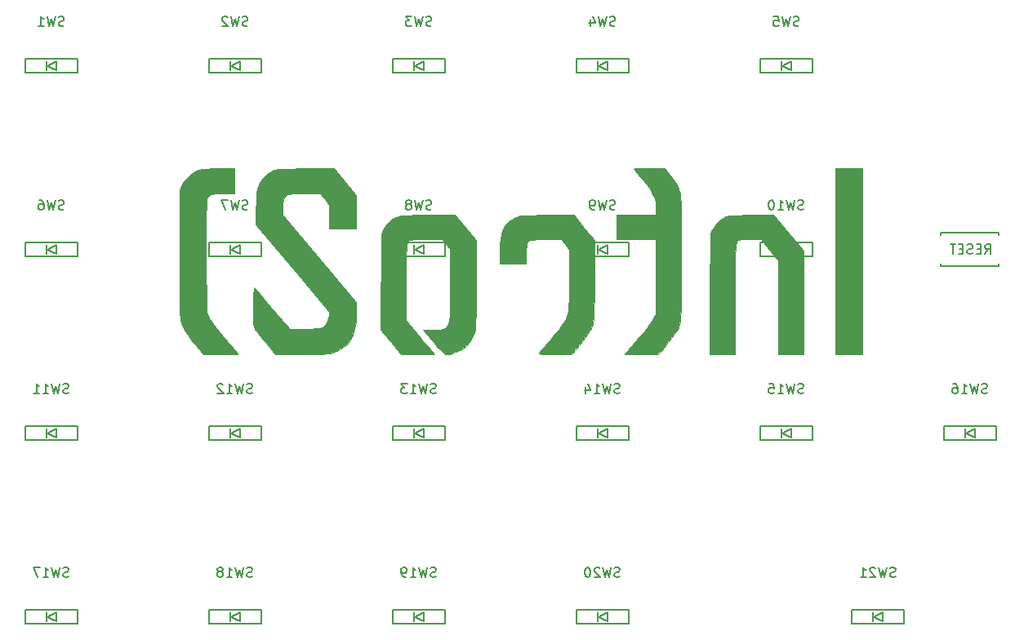
<source format=gbr>
%TF.GenerationSoftware,KiCad,Pcbnew,(5.1.10)-1*%
%TF.CreationDate,2021-05-18T00:23:08+09:00*%
%TF.ProjectId,intro21,696e7472-6f32-4312-9e6b-696361645f70,rev?*%
%TF.SameCoordinates,Original*%
%TF.FileFunction,Legend,Bot*%
%TF.FilePolarity,Positive*%
%FSLAX46Y46*%
G04 Gerber Fmt 4.6, Leading zero omitted, Abs format (unit mm)*
G04 Created by KiCad (PCBNEW (5.1.10)-1) date 2021-05-18 00:23:08*
%MOMM*%
%LPD*%
G01*
G04 APERTURE LIST*
%ADD10C,0.010000*%
%ADD11C,0.150000*%
G04 APERTURE END LIST*
D10*
%TO.C,G\u002A\u002A\u002A*%
G36*
X118878816Y-93843981D02*
G01*
X118282414Y-93858018D01*
X117826238Y-93873930D01*
X117481184Y-93894777D01*
X117218149Y-93923618D01*
X117008030Y-93963513D01*
X116821723Y-94017522D01*
X116658941Y-94077361D01*
X116115638Y-94373693D01*
X115632228Y-94798300D01*
X115248754Y-95311288D01*
X115081837Y-95648524D01*
X114878316Y-96153900D01*
X114878316Y-102588567D01*
X114878448Y-103845102D01*
X114879349Y-104944383D01*
X114881778Y-105898490D01*
X114886495Y-106719501D01*
X114894260Y-107419497D01*
X114905833Y-108010558D01*
X114921971Y-108504761D01*
X114943436Y-108914187D01*
X114970986Y-109250916D01*
X115005382Y-109527026D01*
X115047382Y-109754598D01*
X115097745Y-109945710D01*
X115157233Y-110112442D01*
X115226603Y-110266874D01*
X115306615Y-110421085D01*
X115379061Y-110552886D01*
X115529572Y-110793360D01*
X115761593Y-111126184D01*
X116047884Y-111513915D01*
X116361206Y-111919107D01*
X116490866Y-112081229D01*
X117333650Y-113123729D01*
X119132816Y-113126648D01*
X119664151Y-113125475D01*
X120133268Y-113120544D01*
X120515580Y-113112437D01*
X120786496Y-113101735D01*
X120921430Y-113089019D01*
X120931983Y-113084114D01*
X120879654Y-113008089D01*
X120734536Y-112825511D01*
X120514432Y-112558057D01*
X120237146Y-112227405D01*
X119975856Y-111919948D01*
X119461387Y-111315300D01*
X119045746Y-110819760D01*
X118715386Y-110415763D01*
X118456759Y-110085747D01*
X118256318Y-109812148D01*
X118100515Y-109577404D01*
X117975802Y-109363951D01*
X117915172Y-109248512D01*
X117672316Y-108769234D01*
X117648865Y-102971452D01*
X117644725Y-101755746D01*
X117642890Y-100700262D01*
X117643479Y-99795902D01*
X117646608Y-99033569D01*
X117652396Y-98404166D01*
X117660959Y-97898595D01*
X117672416Y-97507759D01*
X117686884Y-97222561D01*
X117704481Y-97033903D01*
X117725323Y-96932688D01*
X117726950Y-96928538D01*
X117832066Y-96751898D01*
X117995378Y-96622574D01*
X118240369Y-96534195D01*
X118590522Y-96480389D01*
X119069320Y-96454787D01*
X119489930Y-96450234D01*
X120593316Y-96450234D01*
X120593316Y-93808181D01*
X118878816Y-93843981D01*
G37*
X118878816Y-93843981D02*
X118282414Y-93858018D01*
X117826238Y-93873930D01*
X117481184Y-93894777D01*
X117218149Y-93923618D01*
X117008030Y-93963513D01*
X116821723Y-94017522D01*
X116658941Y-94077361D01*
X116115638Y-94373693D01*
X115632228Y-94798300D01*
X115248754Y-95311288D01*
X115081837Y-95648524D01*
X114878316Y-96153900D01*
X114878316Y-102588567D01*
X114878448Y-103845102D01*
X114879349Y-104944383D01*
X114881778Y-105898490D01*
X114886495Y-106719501D01*
X114894260Y-107419497D01*
X114905833Y-108010558D01*
X114921971Y-108504761D01*
X114943436Y-108914187D01*
X114970986Y-109250916D01*
X115005382Y-109527026D01*
X115047382Y-109754598D01*
X115097745Y-109945710D01*
X115157233Y-110112442D01*
X115226603Y-110266874D01*
X115306615Y-110421085D01*
X115379061Y-110552886D01*
X115529572Y-110793360D01*
X115761593Y-111126184D01*
X116047884Y-111513915D01*
X116361206Y-111919107D01*
X116490866Y-112081229D01*
X117333650Y-113123729D01*
X119132816Y-113126648D01*
X119664151Y-113125475D01*
X120133268Y-113120544D01*
X120515580Y-113112437D01*
X120786496Y-113101735D01*
X120921430Y-113089019D01*
X120931983Y-113084114D01*
X120879654Y-113008089D01*
X120734536Y-112825511D01*
X120514432Y-112558057D01*
X120237146Y-112227405D01*
X119975856Y-111919948D01*
X119461387Y-111315300D01*
X119045746Y-110819760D01*
X118715386Y-110415763D01*
X118456759Y-110085747D01*
X118256318Y-109812148D01*
X118100515Y-109577404D01*
X117975802Y-109363951D01*
X117915172Y-109248512D01*
X117672316Y-108769234D01*
X117648865Y-102971452D01*
X117644725Y-101755746D01*
X117642890Y-100700262D01*
X117643479Y-99795902D01*
X117646608Y-99033569D01*
X117652396Y-98404166D01*
X117660959Y-97898595D01*
X117672416Y-97507759D01*
X117686884Y-97222561D01*
X117704481Y-97033903D01*
X117725323Y-96932688D01*
X117726950Y-96928538D01*
X117832066Y-96751898D01*
X117995378Y-96622574D01*
X118240369Y-96534195D01*
X118590522Y-96480389D01*
X119069320Y-96454787D01*
X119489930Y-96450234D01*
X120593316Y-96450234D01*
X120593316Y-93808181D01*
X118878816Y-93843981D01*
G36*
X128001650Y-93847432D02*
G01*
X127205928Y-93856575D01*
X126560769Y-93866632D01*
X126047402Y-93878618D01*
X125647056Y-93893551D01*
X125340962Y-93912449D01*
X125110349Y-93936329D01*
X124936445Y-93966207D01*
X124800482Y-94003100D01*
X124741983Y-94024063D01*
X124105898Y-94347332D01*
X123598933Y-94778763D01*
X123215406Y-95324039D01*
X123032835Y-95733393D01*
X122967604Y-95928562D01*
X122918481Y-96128763D01*
X122882598Y-96363474D01*
X122857088Y-96662173D01*
X122839087Y-97054337D01*
X122825726Y-97569444D01*
X122819045Y-97931900D01*
X122790480Y-99625234D01*
X126604725Y-104154900D01*
X130418971Y-108684567D01*
X130370106Y-109107900D01*
X130250687Y-109626119D01*
X130029888Y-110028589D01*
X129732223Y-110290375D01*
X129611048Y-110350636D01*
X129464711Y-110395947D01*
X129266232Y-110429218D01*
X128988629Y-110453359D01*
X128604924Y-110471279D01*
X128088135Y-110485888D01*
X127875022Y-110490667D01*
X126302732Y-110524486D01*
X124496808Y-108376860D01*
X124062205Y-107861807D01*
X123660707Y-107389398D01*
X123305623Y-106975029D01*
X123010262Y-106634095D01*
X122787935Y-106381992D01*
X122651951Y-106234116D01*
X122615767Y-106201011D01*
X122594296Y-106273773D01*
X122575415Y-106495210D01*
X122559885Y-106844670D01*
X122548469Y-107301506D01*
X122541927Y-107845068D01*
X122540650Y-108237729D01*
X122541178Y-108882557D01*
X122543987Y-109380386D01*
X122550908Y-109753548D01*
X122563777Y-110024378D01*
X122584426Y-110215209D01*
X122614691Y-110348374D01*
X122656403Y-110446206D01*
X122711398Y-110531039D01*
X122731150Y-110557815D01*
X122847492Y-110706164D01*
X123050435Y-110957266D01*
X123317853Y-111284054D01*
X123627620Y-111659463D01*
X123886602Y-111971264D01*
X124851555Y-113129567D01*
X127484936Y-113122366D01*
X128399818Y-113116407D01*
X129151036Y-113103854D01*
X129744141Y-113084502D01*
X130184680Y-113058146D01*
X130478204Y-113024582D01*
X130555588Y-113009118D01*
X131185254Y-112793998D01*
X131766241Y-112477368D01*
X132245342Y-112089397D01*
X132323540Y-112006689D01*
X132645199Y-111572375D01*
X132888812Y-111062407D01*
X133059560Y-110456993D01*
X133162623Y-109736339D01*
X133203183Y-108880651D01*
X133204160Y-108642234D01*
X133200950Y-107668567D01*
X125588650Y-98648383D01*
X125588650Y-97927589D01*
X125610200Y-97400913D01*
X125680200Y-97017015D01*
X125806669Y-96754236D01*
X125997629Y-96590916D01*
X126100177Y-96546358D01*
X126293903Y-96510258D01*
X126633561Y-96481562D01*
X127095863Y-96461495D01*
X127657520Y-96451286D01*
X127923205Y-96450234D01*
X129470492Y-96450234D01*
X129942571Y-97018975D01*
X130414650Y-97587717D01*
X130414650Y-100090900D01*
X133208650Y-100090900D01*
X133206968Y-98334067D01*
X133205287Y-96577234D01*
X132042802Y-95197524D01*
X130880316Y-93817815D01*
X128001650Y-93847432D01*
G37*
X128001650Y-93847432D02*
X127205928Y-93856575D01*
X126560769Y-93866632D01*
X126047402Y-93878618D01*
X125647056Y-93893551D01*
X125340962Y-93912449D01*
X125110349Y-93936329D01*
X124936445Y-93966207D01*
X124800482Y-94003100D01*
X124741983Y-94024063D01*
X124105898Y-94347332D01*
X123598933Y-94778763D01*
X123215406Y-95324039D01*
X123032835Y-95733393D01*
X122967604Y-95928562D01*
X122918481Y-96128763D01*
X122882598Y-96363474D01*
X122857088Y-96662173D01*
X122839087Y-97054337D01*
X122825726Y-97569444D01*
X122819045Y-97931900D01*
X122790480Y-99625234D01*
X126604725Y-104154900D01*
X130418971Y-108684567D01*
X130370106Y-109107900D01*
X130250687Y-109626119D01*
X130029888Y-110028589D01*
X129732223Y-110290375D01*
X129611048Y-110350636D01*
X129464711Y-110395947D01*
X129266232Y-110429218D01*
X128988629Y-110453359D01*
X128604924Y-110471279D01*
X128088135Y-110485888D01*
X127875022Y-110490667D01*
X126302732Y-110524486D01*
X124496808Y-108376860D01*
X124062205Y-107861807D01*
X123660707Y-107389398D01*
X123305623Y-106975029D01*
X123010262Y-106634095D01*
X122787935Y-106381992D01*
X122651951Y-106234116D01*
X122615767Y-106201011D01*
X122594296Y-106273773D01*
X122575415Y-106495210D01*
X122559885Y-106844670D01*
X122548469Y-107301506D01*
X122541927Y-107845068D01*
X122540650Y-108237729D01*
X122541178Y-108882557D01*
X122543987Y-109380386D01*
X122550908Y-109753548D01*
X122563777Y-110024378D01*
X122584426Y-110215209D01*
X122614691Y-110348374D01*
X122656403Y-110446206D01*
X122711398Y-110531039D01*
X122731150Y-110557815D01*
X122847492Y-110706164D01*
X123050435Y-110957266D01*
X123317853Y-111284054D01*
X123627620Y-111659463D01*
X123886602Y-111971264D01*
X124851555Y-113129567D01*
X127484936Y-113122366D01*
X128399818Y-113116407D01*
X129151036Y-113103854D01*
X129744141Y-113084502D01*
X130184680Y-113058146D01*
X130478204Y-113024582D01*
X130555588Y-113009118D01*
X131185254Y-112793998D01*
X131766241Y-112477368D01*
X132245342Y-112089397D01*
X132323540Y-112006689D01*
X132645199Y-111572375D01*
X132888812Y-111062407D01*
X133059560Y-110456993D01*
X133162623Y-109736339D01*
X133203183Y-108880651D01*
X133204160Y-108642234D01*
X133200950Y-107668567D01*
X125588650Y-98648383D01*
X125588650Y-97927589D01*
X125610200Y-97400913D01*
X125680200Y-97017015D01*
X125806669Y-96754236D01*
X125997629Y-96590916D01*
X126100177Y-96546358D01*
X126293903Y-96510258D01*
X126633561Y-96481562D01*
X127095863Y-96461495D01*
X127657520Y-96451286D01*
X127923205Y-96450234D01*
X129470492Y-96450234D01*
X129942571Y-97018975D01*
X130414650Y-97587717D01*
X130414650Y-100090900D01*
X133208650Y-100090900D01*
X133206968Y-98334067D01*
X133205287Y-96577234D01*
X132042802Y-95197524D01*
X130880316Y-93817815D01*
X128001650Y-93847432D01*
G36*
X140620133Y-98668979D02*
G01*
X139853582Y-98677026D01*
X139236315Y-98685341D01*
X138748290Y-98695247D01*
X138369459Y-98708070D01*
X138079780Y-98725136D01*
X137859206Y-98747771D01*
X137687694Y-98777299D01*
X137545198Y-98815047D01*
X137411674Y-98862339D01*
X137354573Y-98884914D01*
X136847467Y-99172298D01*
X136398549Y-99587074D01*
X136050130Y-100088047D01*
X135985534Y-100217900D01*
X135790983Y-100641234D01*
X135743465Y-110592214D01*
X136819281Y-111860890D01*
X137895097Y-113129567D01*
X141351702Y-113129567D01*
X141118962Y-112854400D01*
X140997564Y-112710280D01*
X140786542Y-112459131D01*
X140505010Y-112123728D01*
X140172083Y-111726847D01*
X139806876Y-111291265D01*
X139629769Y-111079954D01*
X138373316Y-109580674D01*
X138373316Y-105678249D01*
X138373778Y-104713035D01*
X138376095Y-103903081D01*
X138381669Y-103234317D01*
X138391900Y-102692671D01*
X138408188Y-102264072D01*
X138431933Y-101934447D01*
X138464537Y-101689725D01*
X138507399Y-101515835D01*
X138561919Y-101398705D01*
X138629499Y-101324263D01*
X138711539Y-101278439D01*
X138809438Y-101247159D01*
X138814426Y-101245818D01*
X138959432Y-101229006D01*
X139242500Y-101214331D01*
X139632363Y-101202752D01*
X140097753Y-101195228D01*
X140545106Y-101192723D01*
X142081895Y-101191567D01*
X142513606Y-101689897D01*
X142945316Y-102188227D01*
X142944844Y-105817397D01*
X142942766Y-106677051D01*
X142936983Y-107462303D01*
X142927825Y-108157749D01*
X142915622Y-108747987D01*
X142900703Y-109217615D01*
X142883399Y-109551231D01*
X142864038Y-109733432D01*
X142860713Y-109747713D01*
X142741649Y-110006856D01*
X142555619Y-110258899D01*
X142517211Y-110298046D01*
X142402640Y-110402021D01*
X142291984Y-110473073D01*
X142150379Y-110518583D01*
X141942961Y-110545933D01*
X141634865Y-110562503D01*
X141207868Y-110575230D01*
X140158368Y-110603227D01*
X141223772Y-111866397D01*
X141606261Y-112318996D01*
X141902024Y-112656797D01*
X142135133Y-112893051D01*
X142329662Y-113041009D01*
X142509687Y-113113923D01*
X142699279Y-113125045D01*
X142922514Y-113087626D01*
X143203466Y-113014919D01*
X143275124Y-112995580D01*
X143968734Y-112731443D01*
X144546600Y-112344243D01*
X145006358Y-111836181D01*
X145345644Y-111209458D01*
X145424861Y-110994815D01*
X145463704Y-110872283D01*
X145496612Y-110746427D01*
X145524200Y-110602333D01*
X145547081Y-110425086D01*
X145565871Y-110199774D01*
X145581184Y-109911482D01*
X145593634Y-109545297D01*
X145603836Y-109086304D01*
X145612405Y-108519589D01*
X145619955Y-107830239D01*
X145627100Y-107003340D01*
X145634456Y-106023978D01*
X145635467Y-105883585D01*
X145668367Y-101304603D01*
X143417283Y-98641411D01*
X140620133Y-98668979D01*
G37*
X140620133Y-98668979D02*
X139853582Y-98677026D01*
X139236315Y-98685341D01*
X138748290Y-98695247D01*
X138369459Y-98708070D01*
X138079780Y-98725136D01*
X137859206Y-98747771D01*
X137687694Y-98777299D01*
X137545198Y-98815047D01*
X137411674Y-98862339D01*
X137354573Y-98884914D01*
X136847467Y-99172298D01*
X136398549Y-99587074D01*
X136050130Y-100088047D01*
X135985534Y-100217900D01*
X135790983Y-100641234D01*
X135743465Y-110592214D01*
X136819281Y-111860890D01*
X137895097Y-113129567D01*
X141351702Y-113129567D01*
X141118962Y-112854400D01*
X140997564Y-112710280D01*
X140786542Y-112459131D01*
X140505010Y-112123728D01*
X140172083Y-111726847D01*
X139806876Y-111291265D01*
X139629769Y-111079954D01*
X138373316Y-109580674D01*
X138373316Y-105678249D01*
X138373778Y-104713035D01*
X138376095Y-103903081D01*
X138381669Y-103234317D01*
X138391900Y-102692671D01*
X138408188Y-102264072D01*
X138431933Y-101934447D01*
X138464537Y-101689725D01*
X138507399Y-101515835D01*
X138561919Y-101398705D01*
X138629499Y-101324263D01*
X138711539Y-101278439D01*
X138809438Y-101247159D01*
X138814426Y-101245818D01*
X138959432Y-101229006D01*
X139242500Y-101214331D01*
X139632363Y-101202752D01*
X140097753Y-101195228D01*
X140545106Y-101192723D01*
X142081895Y-101191567D01*
X142513606Y-101689897D01*
X142945316Y-102188227D01*
X142944844Y-105817397D01*
X142942766Y-106677051D01*
X142936983Y-107462303D01*
X142927825Y-108157749D01*
X142915622Y-108747987D01*
X142900703Y-109217615D01*
X142883399Y-109551231D01*
X142864038Y-109733432D01*
X142860713Y-109747713D01*
X142741649Y-110006856D01*
X142555619Y-110258899D01*
X142517211Y-110298046D01*
X142402640Y-110402021D01*
X142291984Y-110473073D01*
X142150379Y-110518583D01*
X141942961Y-110545933D01*
X141634865Y-110562503D01*
X141207868Y-110575230D01*
X140158368Y-110603227D01*
X141223772Y-111866397D01*
X141606261Y-112318996D01*
X141902024Y-112656797D01*
X142135133Y-112893051D01*
X142329662Y-113041009D01*
X142509687Y-113113923D01*
X142699279Y-113125045D01*
X142922514Y-113087626D01*
X143203466Y-113014919D01*
X143275124Y-112995580D01*
X143968734Y-112731443D01*
X144546600Y-112344243D01*
X145006358Y-111836181D01*
X145345644Y-111209458D01*
X145424861Y-110994815D01*
X145463704Y-110872283D01*
X145496612Y-110746427D01*
X145524200Y-110602333D01*
X145547081Y-110425086D01*
X145565871Y-110199774D01*
X145581184Y-109911482D01*
X145593634Y-109545297D01*
X145603836Y-109086304D01*
X145612405Y-108519589D01*
X145619955Y-107830239D01*
X145627100Y-107003340D01*
X145634456Y-106023978D01*
X145635467Y-105883585D01*
X145668367Y-101304603D01*
X143417283Y-98641411D01*
X140620133Y-98668979D01*
G36*
X152978316Y-98676333D02*
G01*
X152214142Y-98682936D01*
X151599633Y-98689928D01*
X151115123Y-98698611D01*
X150740947Y-98710287D01*
X150457439Y-98726260D01*
X150244933Y-98747831D01*
X150083764Y-98776303D01*
X149954266Y-98812978D01*
X149836773Y-98859158D01*
X149770851Y-98888756D01*
X149215691Y-99203407D01*
X148799358Y-99581425D01*
X148506322Y-100025662D01*
X148354671Y-100377070D01*
X148244107Y-100765192D01*
X148169829Y-101221381D01*
X148127033Y-101776991D01*
X148110916Y-102463377D01*
X148110474Y-102609734D01*
X148109983Y-103731567D01*
X150805860Y-103731567D01*
X150833755Y-102633682D01*
X150849151Y-102165196D01*
X150870343Y-101836108D01*
X150901618Y-101616487D01*
X150947262Y-101476404D01*
X151011564Y-101385930D01*
X151012642Y-101384849D01*
X151083213Y-101331554D01*
X151189566Y-101291457D01*
X151355748Y-101262202D01*
X151605805Y-101241435D01*
X151963785Y-101226799D01*
X152453735Y-101215939D01*
X152790642Y-101210687D01*
X154417650Y-101187473D01*
X154860474Y-101718687D01*
X155303298Y-102249900D01*
X155303469Y-104959234D01*
X155300989Y-105661612D01*
X155293885Y-106345758D01*
X155282799Y-106983519D01*
X155268374Y-107546744D01*
X155251249Y-108007279D01*
X155232067Y-108336971D01*
X155224636Y-108419594D01*
X155187967Y-108715134D01*
X155137153Y-108975800D01*
X155060054Y-109222099D01*
X154944528Y-109474542D01*
X154778433Y-109753640D01*
X154549629Y-110079901D01*
X154245974Y-110473835D01*
X153855327Y-110955953D01*
X153392780Y-111514081D01*
X153038480Y-111940171D01*
X152720452Y-112324226D01*
X152454819Y-112646645D01*
X152257705Y-112887829D01*
X152145232Y-113028177D01*
X152125975Y-113054081D01*
X152191485Y-113077948D01*
X152405382Y-113098255D01*
X152746740Y-113114071D01*
X153194634Y-113124465D01*
X153728136Y-113128505D01*
X153798820Y-113128517D01*
X155518316Y-113127467D01*
X156322650Y-112155549D01*
X156631721Y-111772975D01*
X156922041Y-111397185D01*
X157165875Y-111065206D01*
X157335487Y-110814067D01*
X157367034Y-110761288D01*
X157477128Y-110564005D01*
X157569970Y-110381077D01*
X157647176Y-110196418D01*
X157710361Y-109993946D01*
X157761143Y-109757574D01*
X157801135Y-109471220D01*
X157831956Y-109118798D01*
X157855219Y-108684225D01*
X157872542Y-108151415D01*
X157885539Y-107504285D01*
X157895828Y-106726750D01*
X157905023Y-105802725D01*
X157908948Y-105367081D01*
X157945277Y-101287595D01*
X156858797Y-99970658D01*
X155772316Y-98653721D01*
X152978316Y-98676333D01*
G37*
X152978316Y-98676333D02*
X152214142Y-98682936D01*
X151599633Y-98689928D01*
X151115123Y-98698611D01*
X150740947Y-98710287D01*
X150457439Y-98726260D01*
X150244933Y-98747831D01*
X150083764Y-98776303D01*
X149954266Y-98812978D01*
X149836773Y-98859158D01*
X149770851Y-98888756D01*
X149215691Y-99203407D01*
X148799358Y-99581425D01*
X148506322Y-100025662D01*
X148354671Y-100377070D01*
X148244107Y-100765192D01*
X148169829Y-101221381D01*
X148127033Y-101776991D01*
X148110916Y-102463377D01*
X148110474Y-102609734D01*
X148109983Y-103731567D01*
X150805860Y-103731567D01*
X150833755Y-102633682D01*
X150849151Y-102165196D01*
X150870343Y-101836108D01*
X150901618Y-101616487D01*
X150947262Y-101476404D01*
X151011564Y-101385930D01*
X151012642Y-101384849D01*
X151083213Y-101331554D01*
X151189566Y-101291457D01*
X151355748Y-101262202D01*
X151605805Y-101241435D01*
X151963785Y-101226799D01*
X152453735Y-101215939D01*
X152790642Y-101210687D01*
X154417650Y-101187473D01*
X154860474Y-101718687D01*
X155303298Y-102249900D01*
X155303469Y-104959234D01*
X155300989Y-105661612D01*
X155293885Y-106345758D01*
X155282799Y-106983519D01*
X155268374Y-107546744D01*
X155251249Y-108007279D01*
X155232067Y-108336971D01*
X155224636Y-108419594D01*
X155187967Y-108715134D01*
X155137153Y-108975800D01*
X155060054Y-109222099D01*
X154944528Y-109474542D01*
X154778433Y-109753640D01*
X154549629Y-110079901D01*
X154245974Y-110473835D01*
X153855327Y-110955953D01*
X153392780Y-111514081D01*
X153038480Y-111940171D01*
X152720452Y-112324226D01*
X152454819Y-112646645D01*
X152257705Y-112887829D01*
X152145232Y-113028177D01*
X152125975Y-113054081D01*
X152191485Y-113077948D01*
X152405382Y-113098255D01*
X152746740Y-113114071D01*
X153194634Y-113124465D01*
X153728136Y-113128505D01*
X153798820Y-113128517D01*
X155518316Y-113127467D01*
X156322650Y-112155549D01*
X156631721Y-111772975D01*
X156922041Y-111397185D01*
X157165875Y-111065206D01*
X157335487Y-110814067D01*
X157367034Y-110761288D01*
X157477128Y-110564005D01*
X157569970Y-110381077D01*
X157647176Y-110196418D01*
X157710361Y-109993946D01*
X157761143Y-109757574D01*
X157801135Y-109471220D01*
X157831956Y-109118798D01*
X157855219Y-108684225D01*
X157872542Y-108151415D01*
X157885539Y-107504285D01*
X157895828Y-106726750D01*
X157905023Y-105802725D01*
X157908948Y-105367081D01*
X157945277Y-101287595D01*
X156858797Y-99970658D01*
X155772316Y-98653721D01*
X152978316Y-98676333D01*
G36*
X163102194Y-93827698D02*
G01*
X162665065Y-93833630D01*
X162317590Y-93842674D01*
X162085782Y-93854140D01*
X161995652Y-93867337D01*
X161995316Y-93868211D01*
X162046480Y-93944484D01*
X162188050Y-94128395D01*
X162402145Y-94397401D01*
X162670885Y-94728958D01*
X162885115Y-94990044D01*
X163315785Y-95522160D01*
X163645206Y-95958828D01*
X163887353Y-96328686D01*
X164056201Y-96660369D01*
X164165726Y-96982517D01*
X164229903Y-97323766D01*
X164262707Y-97712753D01*
X164267741Y-97823245D01*
X164301011Y-98651567D01*
X160217316Y-98651567D01*
X160217316Y-101191567D01*
X164287779Y-101191567D01*
X164238983Y-108938567D01*
X164015207Y-109404234D01*
X163917373Y-109591974D01*
X163793670Y-109795190D01*
X163631387Y-110030339D01*
X163417814Y-110313880D01*
X163140241Y-110662269D01*
X162785958Y-111091967D01*
X162342254Y-111619430D01*
X161927944Y-112106923D01*
X161056238Y-113129567D01*
X164522061Y-113129567D01*
X165269522Y-112240848D01*
X165580405Y-111860152D01*
X165881854Y-111471572D01*
X166140398Y-111119446D01*
X166322563Y-110848110D01*
X166329200Y-110837237D01*
X166433367Y-110663659D01*
X166524174Y-110501277D01*
X166602532Y-110337711D01*
X166669351Y-110160580D01*
X166725542Y-109957502D01*
X166772016Y-109716097D01*
X166809685Y-109423984D01*
X166839457Y-109068781D01*
X166862246Y-108638108D01*
X166878960Y-108119584D01*
X166890511Y-107500827D01*
X166897810Y-106769457D01*
X166901768Y-105913094D01*
X166903295Y-104919354D01*
X166903302Y-103775859D01*
X166902967Y-103037520D01*
X166902217Y-101823578D01*
X166900745Y-100766433D01*
X166897804Y-99853552D01*
X166892646Y-99072397D01*
X166884524Y-98410434D01*
X166872691Y-97855127D01*
X166856399Y-97393942D01*
X166834900Y-97014342D01*
X166807447Y-96703792D01*
X166773292Y-96449757D01*
X166731689Y-96239701D01*
X166681889Y-96061089D01*
X166623145Y-95901386D01*
X166554709Y-95748055D01*
X166475835Y-95588563D01*
X166456510Y-95550422D01*
X166301130Y-95283883D01*
X166076131Y-94946457D01*
X165821197Y-94596587D01*
X165723452Y-94470922D01*
X165210612Y-93825567D01*
X163602964Y-93825567D01*
X163102194Y-93827698D01*
G37*
X163102194Y-93827698D02*
X162665065Y-93833630D01*
X162317590Y-93842674D01*
X162085782Y-93854140D01*
X161995652Y-93867337D01*
X161995316Y-93868211D01*
X162046480Y-93944484D01*
X162188050Y-94128395D01*
X162402145Y-94397401D01*
X162670885Y-94728958D01*
X162885115Y-94990044D01*
X163315785Y-95522160D01*
X163645206Y-95958828D01*
X163887353Y-96328686D01*
X164056201Y-96660369D01*
X164165726Y-96982517D01*
X164229903Y-97323766D01*
X164262707Y-97712753D01*
X164267741Y-97823245D01*
X164301011Y-98651567D01*
X160217316Y-98651567D01*
X160217316Y-101191567D01*
X164287779Y-101191567D01*
X164238983Y-108938567D01*
X164015207Y-109404234D01*
X163917373Y-109591974D01*
X163793670Y-109795190D01*
X163631387Y-110030339D01*
X163417814Y-110313880D01*
X163140241Y-110662269D01*
X162785958Y-111091967D01*
X162342254Y-111619430D01*
X161927944Y-112106923D01*
X161056238Y-113129567D01*
X164522061Y-113129567D01*
X165269522Y-112240848D01*
X165580405Y-111860152D01*
X165881854Y-111471572D01*
X166140398Y-111119446D01*
X166322563Y-110848110D01*
X166329200Y-110837237D01*
X166433367Y-110663659D01*
X166524174Y-110501277D01*
X166602532Y-110337711D01*
X166669351Y-110160580D01*
X166725542Y-109957502D01*
X166772016Y-109716097D01*
X166809685Y-109423984D01*
X166839457Y-109068781D01*
X166862246Y-108638108D01*
X166878960Y-108119584D01*
X166890511Y-107500827D01*
X166897810Y-106769457D01*
X166901768Y-105913094D01*
X166903295Y-104919354D01*
X166903302Y-103775859D01*
X166902967Y-103037520D01*
X166902217Y-101823578D01*
X166900745Y-100766433D01*
X166897804Y-99853552D01*
X166892646Y-99072397D01*
X166884524Y-98410434D01*
X166872691Y-97855127D01*
X166856399Y-97393942D01*
X166834900Y-97014342D01*
X166807447Y-96703792D01*
X166773292Y-96449757D01*
X166731689Y-96239701D01*
X166681889Y-96061089D01*
X166623145Y-95901386D01*
X166554709Y-95748055D01*
X166475835Y-95588563D01*
X166456510Y-95550422D01*
X166301130Y-95283883D01*
X166076131Y-94946457D01*
X165821197Y-94596587D01*
X165723452Y-94470922D01*
X165210612Y-93825567D01*
X163602964Y-93825567D01*
X163102194Y-93827698D01*
G36*
X174199346Y-98671502D02*
G01*
X173493110Y-98683058D01*
X172934178Y-98696349D01*
X172500523Y-98712883D01*
X172170116Y-98734170D01*
X171920930Y-98761719D01*
X171730934Y-98797039D01*
X171578102Y-98841640D01*
X171546180Y-98853260D01*
X171052440Y-99119159D01*
X170602313Y-99511474D01*
X170241751Y-99987306D01*
X170149237Y-100157411D01*
X169911650Y-100641234D01*
X169887875Y-106885400D01*
X169864100Y-113129567D01*
X172493983Y-113129567D01*
X172493983Y-107452696D01*
X172494083Y-106291858D01*
X172494941Y-105288605D01*
X172497391Y-104431186D01*
X172502268Y-103707852D01*
X172510408Y-103106853D01*
X172522645Y-102616441D01*
X172539814Y-102224866D01*
X172562751Y-101920378D01*
X172592290Y-101691228D01*
X172629266Y-101525667D01*
X172674515Y-101411944D01*
X172728871Y-101338312D01*
X172793170Y-101293019D01*
X172868245Y-101264318D01*
X172935092Y-101245818D01*
X173094039Y-101225730D01*
X173380720Y-101210067D01*
X173753561Y-101200458D01*
X174144983Y-101198400D01*
X175160983Y-101202922D01*
X176071150Y-102292098D01*
X176981316Y-103381274D01*
X176981316Y-113129567D01*
X179605983Y-113129567D01*
X179605983Y-102389897D01*
X176455043Y-98639435D01*
X174199346Y-98671502D01*
G37*
X174199346Y-98671502D02*
X173493110Y-98683058D01*
X172934178Y-98696349D01*
X172500523Y-98712883D01*
X172170116Y-98734170D01*
X171920930Y-98761719D01*
X171730934Y-98797039D01*
X171578102Y-98841640D01*
X171546180Y-98853260D01*
X171052440Y-99119159D01*
X170602313Y-99511474D01*
X170241751Y-99987306D01*
X170149237Y-100157411D01*
X169911650Y-100641234D01*
X169887875Y-106885400D01*
X169864100Y-113129567D01*
X172493983Y-113129567D01*
X172493983Y-107452696D01*
X172494083Y-106291858D01*
X172494941Y-105288605D01*
X172497391Y-104431186D01*
X172502268Y-103707852D01*
X172510408Y-103106853D01*
X172522645Y-102616441D01*
X172539814Y-102224866D01*
X172562751Y-101920378D01*
X172592290Y-101691228D01*
X172629266Y-101525667D01*
X172674515Y-101411944D01*
X172728871Y-101338312D01*
X172793170Y-101293019D01*
X172868245Y-101264318D01*
X172935092Y-101245818D01*
X173094039Y-101225730D01*
X173380720Y-101210067D01*
X173753561Y-101200458D01*
X174144983Y-101198400D01*
X175160983Y-101202922D01*
X176071150Y-102292098D01*
X176981316Y-103381274D01*
X176981316Y-113129567D01*
X179605983Y-113129567D01*
X179605983Y-102389897D01*
X176455043Y-98639435D01*
X174199346Y-98671502D01*
G36*
X182907983Y-113129567D02*
G01*
X185701983Y-113129567D01*
X185701983Y-93825567D01*
X182907983Y-93825567D01*
X182907983Y-113129567D01*
G37*
X182907983Y-113129567D02*
X185701983Y-113129567D01*
X185701983Y-93825567D01*
X182907983Y-93825567D01*
X182907983Y-113129567D01*
D11*
%TO.C,D21*%
X186910650Y-140349900D02*
X187810650Y-140849900D01*
X187810650Y-140849900D02*
X187810650Y-139849900D01*
X187810650Y-139849900D02*
X186910650Y-140349900D01*
X186810650Y-140849900D02*
X186810650Y-139849900D01*
X190010650Y-141099900D02*
X184610650Y-141099900D01*
X184610650Y-141099900D02*
X184610650Y-139599900D01*
X184610650Y-139599900D02*
X190010650Y-139599900D01*
X190010650Y-139599900D02*
X190010650Y-141099900D01*
%TO.C,D20*%
X158335650Y-140349900D02*
X159235650Y-140849900D01*
X159235650Y-140849900D02*
X159235650Y-139849900D01*
X159235650Y-139849900D02*
X158335650Y-140349900D01*
X158235650Y-140849900D02*
X158235650Y-139849900D01*
X161435650Y-141099900D02*
X156035650Y-141099900D01*
X156035650Y-141099900D02*
X156035650Y-139599900D01*
X156035650Y-139599900D02*
X161435650Y-139599900D01*
X161435650Y-139599900D02*
X161435650Y-141099900D01*
%TO.C,D19*%
X139285650Y-140349900D02*
X140185650Y-140849900D01*
X140185650Y-140849900D02*
X140185650Y-139849900D01*
X140185650Y-139849900D02*
X139285650Y-140349900D01*
X139185650Y-140849900D02*
X139185650Y-139849900D01*
X142385650Y-141099900D02*
X136985650Y-141099900D01*
X136985650Y-141099900D02*
X136985650Y-139599900D01*
X136985650Y-139599900D02*
X142385650Y-139599900D01*
X142385650Y-139599900D02*
X142385650Y-141099900D01*
%TO.C,D18*%
X120235650Y-140349900D02*
X121135650Y-140849900D01*
X121135650Y-140849900D02*
X121135650Y-139849900D01*
X121135650Y-139849900D02*
X120235650Y-140349900D01*
X120135650Y-140849900D02*
X120135650Y-139849900D01*
X123335650Y-141099900D02*
X117935650Y-141099900D01*
X117935650Y-141099900D02*
X117935650Y-139599900D01*
X117935650Y-139599900D02*
X123335650Y-139599900D01*
X123335650Y-139599900D02*
X123335650Y-141099900D01*
%TO.C,D17*%
X101185650Y-140349900D02*
X102085650Y-140849900D01*
X102085650Y-140849900D02*
X102085650Y-139849900D01*
X102085650Y-139849900D02*
X101185650Y-140349900D01*
X101085650Y-140849900D02*
X101085650Y-139849900D01*
X104285650Y-141099900D02*
X98885650Y-141099900D01*
X98885650Y-141099900D02*
X98885650Y-139599900D01*
X98885650Y-139599900D02*
X104285650Y-139599900D01*
X104285650Y-139599900D02*
X104285650Y-141099900D01*
%TO.C,D16*%
X196435650Y-121299900D02*
X197335650Y-121799900D01*
X197335650Y-121799900D02*
X197335650Y-120799900D01*
X197335650Y-120799900D02*
X196435650Y-121299900D01*
X196335650Y-121799900D02*
X196335650Y-120799900D01*
X199535650Y-122049900D02*
X194135650Y-122049900D01*
X194135650Y-122049900D02*
X194135650Y-120549900D01*
X194135650Y-120549900D02*
X199535650Y-120549900D01*
X199535650Y-120549900D02*
X199535650Y-122049900D01*
%TO.C,D15*%
X177385650Y-121299900D02*
X178285650Y-121799900D01*
X178285650Y-121799900D02*
X178285650Y-120799900D01*
X178285650Y-120799900D02*
X177385650Y-121299900D01*
X177285650Y-121799900D02*
X177285650Y-120799900D01*
X180485650Y-122049900D02*
X175085650Y-122049900D01*
X175085650Y-122049900D02*
X175085650Y-120549900D01*
X175085650Y-120549900D02*
X180485650Y-120549900D01*
X180485650Y-120549900D02*
X180485650Y-122049900D01*
%TO.C,D14*%
X158335650Y-121299900D02*
X159235650Y-121799900D01*
X159235650Y-121799900D02*
X159235650Y-120799900D01*
X159235650Y-120799900D02*
X158335650Y-121299900D01*
X158235650Y-121799900D02*
X158235650Y-120799900D01*
X161435650Y-122049900D02*
X156035650Y-122049900D01*
X156035650Y-122049900D02*
X156035650Y-120549900D01*
X156035650Y-120549900D02*
X161435650Y-120549900D01*
X161435650Y-120549900D02*
X161435650Y-122049900D01*
%TO.C,D13*%
X139285650Y-121299900D02*
X140185650Y-121799900D01*
X140185650Y-121799900D02*
X140185650Y-120799900D01*
X140185650Y-120799900D02*
X139285650Y-121299900D01*
X139185650Y-121799900D02*
X139185650Y-120799900D01*
X142385650Y-122049900D02*
X136985650Y-122049900D01*
X136985650Y-122049900D02*
X136985650Y-120549900D01*
X136985650Y-120549900D02*
X142385650Y-120549900D01*
X142385650Y-120549900D02*
X142385650Y-122049900D01*
%TO.C,D12*%
X120235650Y-121299900D02*
X121135650Y-121799900D01*
X121135650Y-121799900D02*
X121135650Y-120799900D01*
X121135650Y-120799900D02*
X120235650Y-121299900D01*
X120135650Y-121799900D02*
X120135650Y-120799900D01*
X123335650Y-122049900D02*
X117935650Y-122049900D01*
X117935650Y-122049900D02*
X117935650Y-120549900D01*
X117935650Y-120549900D02*
X123335650Y-120549900D01*
X123335650Y-120549900D02*
X123335650Y-122049900D01*
%TO.C,D11*%
X101185650Y-121299900D02*
X102085650Y-121799900D01*
X102085650Y-121799900D02*
X102085650Y-120799900D01*
X102085650Y-120799900D02*
X101185650Y-121299900D01*
X101085650Y-121799900D02*
X101085650Y-120799900D01*
X104285650Y-122049900D02*
X98885650Y-122049900D01*
X98885650Y-122049900D02*
X98885650Y-120549900D01*
X98885650Y-120549900D02*
X104285650Y-120549900D01*
X104285650Y-120549900D02*
X104285650Y-122049900D01*
%TO.C,D10*%
X177385650Y-102249900D02*
X178285650Y-102749900D01*
X178285650Y-102749900D02*
X178285650Y-101749900D01*
X178285650Y-101749900D02*
X177385650Y-102249900D01*
X177285650Y-102749900D02*
X177285650Y-101749900D01*
X180485650Y-102999900D02*
X175085650Y-102999900D01*
X175085650Y-102999900D02*
X175085650Y-101499900D01*
X175085650Y-101499900D02*
X180485650Y-101499900D01*
X180485650Y-101499900D02*
X180485650Y-102999900D01*
%TO.C,D9*%
X158335650Y-102249900D02*
X159235650Y-102749900D01*
X159235650Y-102749900D02*
X159235650Y-101749900D01*
X159235650Y-101749900D02*
X158335650Y-102249900D01*
X158235650Y-102749900D02*
X158235650Y-101749900D01*
X161435650Y-102999900D02*
X156035650Y-102999900D01*
X156035650Y-102999900D02*
X156035650Y-101499900D01*
X156035650Y-101499900D02*
X161435650Y-101499900D01*
X161435650Y-101499900D02*
X161435650Y-102999900D01*
%TO.C,D8*%
X139285650Y-102249900D02*
X140185650Y-102749900D01*
X140185650Y-102749900D02*
X140185650Y-101749900D01*
X140185650Y-101749900D02*
X139285650Y-102249900D01*
X139185650Y-102749900D02*
X139185650Y-101749900D01*
X142385650Y-102999900D02*
X136985650Y-102999900D01*
X136985650Y-102999900D02*
X136985650Y-101499900D01*
X136985650Y-101499900D02*
X142385650Y-101499900D01*
X142385650Y-101499900D02*
X142385650Y-102999900D01*
%TO.C,D7*%
X120235650Y-102249900D02*
X121135650Y-102749900D01*
X121135650Y-102749900D02*
X121135650Y-101749900D01*
X121135650Y-101749900D02*
X120235650Y-102249900D01*
X120135650Y-102749900D02*
X120135650Y-101749900D01*
X123335650Y-102999900D02*
X117935650Y-102999900D01*
X117935650Y-102999900D02*
X117935650Y-101499900D01*
X117935650Y-101499900D02*
X123335650Y-101499900D01*
X123335650Y-101499900D02*
X123335650Y-102999900D01*
%TO.C,D6*%
X101185650Y-102249900D02*
X102085650Y-102749900D01*
X102085650Y-102749900D02*
X102085650Y-101749900D01*
X102085650Y-101749900D02*
X101185650Y-102249900D01*
X101085650Y-102749900D02*
X101085650Y-101749900D01*
X104285650Y-102999900D02*
X98885650Y-102999900D01*
X98885650Y-102999900D02*
X98885650Y-101499900D01*
X98885650Y-101499900D02*
X104285650Y-101499900D01*
X104285650Y-101499900D02*
X104285650Y-102999900D01*
%TO.C,D5*%
X177385650Y-83199900D02*
X178285650Y-83699900D01*
X178285650Y-83699900D02*
X178285650Y-82699900D01*
X178285650Y-82699900D02*
X177385650Y-83199900D01*
X177285650Y-83699900D02*
X177285650Y-82699900D01*
X180485650Y-83949900D02*
X175085650Y-83949900D01*
X175085650Y-83949900D02*
X175085650Y-82449900D01*
X175085650Y-82449900D02*
X180485650Y-82449900D01*
X180485650Y-82449900D02*
X180485650Y-83949900D01*
%TO.C,D4*%
X158335650Y-83199900D02*
X159235650Y-83699900D01*
X159235650Y-83699900D02*
X159235650Y-82699900D01*
X159235650Y-82699900D02*
X158335650Y-83199900D01*
X158235650Y-83699900D02*
X158235650Y-82699900D01*
X161435650Y-83949900D02*
X156035650Y-83949900D01*
X156035650Y-83949900D02*
X156035650Y-82449900D01*
X156035650Y-82449900D02*
X161435650Y-82449900D01*
X161435650Y-82449900D02*
X161435650Y-83949900D01*
%TO.C,D3*%
X139285650Y-83199900D02*
X140185650Y-83699900D01*
X140185650Y-83699900D02*
X140185650Y-82699900D01*
X140185650Y-82699900D02*
X139285650Y-83199900D01*
X139185650Y-83699900D02*
X139185650Y-82699900D01*
X142385650Y-83949900D02*
X136985650Y-83949900D01*
X136985650Y-83949900D02*
X136985650Y-82449900D01*
X136985650Y-82449900D02*
X142385650Y-82449900D01*
X142385650Y-82449900D02*
X142385650Y-83949900D01*
%TO.C,D2*%
X120235650Y-83199900D02*
X121135650Y-83699900D01*
X121135650Y-83699900D02*
X121135650Y-82699900D01*
X121135650Y-82699900D02*
X120235650Y-83199900D01*
X120135650Y-83699900D02*
X120135650Y-82699900D01*
X123335650Y-83949900D02*
X117935650Y-83949900D01*
X117935650Y-83949900D02*
X117935650Y-82449900D01*
X117935650Y-82449900D02*
X123335650Y-82449900D01*
X123335650Y-82449900D02*
X123335650Y-83949900D01*
%TO.C,D1*%
X101185650Y-83199900D02*
X102085650Y-83699900D01*
X102085650Y-83699900D02*
X102085650Y-82699900D01*
X102085650Y-82699900D02*
X101185650Y-83199900D01*
X101085650Y-83699900D02*
X101085650Y-82699900D01*
X104285650Y-83949900D02*
X98885650Y-83949900D01*
X98885650Y-83949900D02*
X98885650Y-82449900D01*
X98885650Y-82449900D02*
X104285650Y-82449900D01*
X104285650Y-82449900D02*
X104285650Y-83949900D01*
%TO.C,RSW1*%
X199835650Y-103749900D02*
X199835650Y-103999900D01*
X199835650Y-103999900D02*
X193835650Y-103999900D01*
X193835650Y-103999900D02*
X193835650Y-103749900D01*
X193835650Y-100749900D02*
X193835650Y-100499900D01*
X193835650Y-100499900D02*
X199835650Y-100499900D01*
X199835650Y-100499900D02*
X199835650Y-100749900D01*
%TO.C,SW1*%
X102918983Y-79032661D02*
X102776126Y-79080280D01*
X102538030Y-79080280D01*
X102442792Y-79032661D01*
X102395173Y-78985042D01*
X102347554Y-78889804D01*
X102347554Y-78794566D01*
X102395173Y-78699328D01*
X102442792Y-78651709D01*
X102538030Y-78604090D01*
X102728507Y-78556471D01*
X102823745Y-78508852D01*
X102871364Y-78461233D01*
X102918983Y-78365995D01*
X102918983Y-78270757D01*
X102871364Y-78175519D01*
X102823745Y-78127900D01*
X102728507Y-78080280D01*
X102490411Y-78080280D01*
X102347554Y-78127900D01*
X102014221Y-78080280D02*
X101776126Y-79080280D01*
X101585650Y-78365995D01*
X101395173Y-79080280D01*
X101157078Y-78080280D01*
X100252316Y-79080280D02*
X100823745Y-79080280D01*
X100538030Y-79080280D02*
X100538030Y-78080280D01*
X100633269Y-78223138D01*
X100728507Y-78318376D01*
X100823745Y-78365995D01*
%TO.C,SW20*%
X160545173Y-136182661D02*
X160402316Y-136230280D01*
X160164221Y-136230280D01*
X160068983Y-136182661D01*
X160021364Y-136135042D01*
X159973745Y-136039804D01*
X159973745Y-135944566D01*
X160021364Y-135849328D01*
X160068983Y-135801709D01*
X160164221Y-135754090D01*
X160354697Y-135706471D01*
X160449935Y-135658852D01*
X160497554Y-135611233D01*
X160545173Y-135515995D01*
X160545173Y-135420757D01*
X160497554Y-135325519D01*
X160449935Y-135277900D01*
X160354697Y-135230280D01*
X160116602Y-135230280D01*
X159973745Y-135277900D01*
X159640411Y-135230280D02*
X159402316Y-136230280D01*
X159211840Y-135515995D01*
X159021364Y-136230280D01*
X158783269Y-135230280D01*
X158449935Y-135325519D02*
X158402316Y-135277900D01*
X158307078Y-135230280D01*
X158068983Y-135230280D01*
X157973745Y-135277900D01*
X157926126Y-135325519D01*
X157878507Y-135420757D01*
X157878507Y-135515995D01*
X157926126Y-135658852D01*
X158497554Y-136230280D01*
X157878507Y-136230280D01*
X157259459Y-135230280D02*
X157164221Y-135230280D01*
X157068983Y-135277900D01*
X157021364Y-135325519D01*
X156973745Y-135420757D01*
X156926126Y-135611233D01*
X156926126Y-135849328D01*
X156973745Y-136039804D01*
X157021364Y-136135042D01*
X157068983Y-136182661D01*
X157164221Y-136230280D01*
X157259459Y-136230280D01*
X157354697Y-136182661D01*
X157402316Y-136135042D01*
X157449935Y-136039804D01*
X157497554Y-135849328D01*
X157497554Y-135611233D01*
X157449935Y-135420757D01*
X157402316Y-135325519D01*
X157354697Y-135277900D01*
X157259459Y-135230280D01*
%TO.C,SW19*%
X141495173Y-136182661D02*
X141352316Y-136230280D01*
X141114221Y-136230280D01*
X141018983Y-136182661D01*
X140971364Y-136135042D01*
X140923745Y-136039804D01*
X140923745Y-135944566D01*
X140971364Y-135849328D01*
X141018983Y-135801709D01*
X141114221Y-135754090D01*
X141304697Y-135706471D01*
X141399935Y-135658852D01*
X141447554Y-135611233D01*
X141495173Y-135515995D01*
X141495173Y-135420757D01*
X141447554Y-135325519D01*
X141399935Y-135277900D01*
X141304697Y-135230280D01*
X141066602Y-135230280D01*
X140923745Y-135277900D01*
X140590411Y-135230280D02*
X140352316Y-136230280D01*
X140161840Y-135515995D01*
X139971364Y-136230280D01*
X139733269Y-135230280D01*
X138828507Y-136230280D02*
X139399935Y-136230280D01*
X139114221Y-136230280D02*
X139114221Y-135230280D01*
X139209459Y-135373138D01*
X139304697Y-135468376D01*
X139399935Y-135515995D01*
X138352316Y-136230280D02*
X138161840Y-136230280D01*
X138066602Y-136182661D01*
X138018983Y-136135042D01*
X137923745Y-135992185D01*
X137876126Y-135801709D01*
X137876126Y-135420757D01*
X137923745Y-135325519D01*
X137971364Y-135277900D01*
X138066602Y-135230280D01*
X138257078Y-135230280D01*
X138352316Y-135277900D01*
X138399935Y-135325519D01*
X138447554Y-135420757D01*
X138447554Y-135658852D01*
X138399935Y-135754090D01*
X138352316Y-135801709D01*
X138257078Y-135849328D01*
X138066602Y-135849328D01*
X137971364Y-135801709D01*
X137923745Y-135754090D01*
X137876126Y-135658852D01*
%TO.C,SW18*%
X122445173Y-136182661D02*
X122302316Y-136230280D01*
X122064221Y-136230280D01*
X121968983Y-136182661D01*
X121921364Y-136135042D01*
X121873745Y-136039804D01*
X121873745Y-135944566D01*
X121921364Y-135849328D01*
X121968983Y-135801709D01*
X122064221Y-135754090D01*
X122254697Y-135706471D01*
X122349935Y-135658852D01*
X122397554Y-135611233D01*
X122445173Y-135515995D01*
X122445173Y-135420757D01*
X122397554Y-135325519D01*
X122349935Y-135277900D01*
X122254697Y-135230280D01*
X122016602Y-135230280D01*
X121873745Y-135277900D01*
X121540411Y-135230280D02*
X121302316Y-136230280D01*
X121111840Y-135515995D01*
X120921364Y-136230280D01*
X120683269Y-135230280D01*
X119778507Y-136230280D02*
X120349935Y-136230280D01*
X120064221Y-136230280D02*
X120064221Y-135230280D01*
X120159459Y-135373138D01*
X120254697Y-135468376D01*
X120349935Y-135515995D01*
X119207078Y-135658852D02*
X119302316Y-135611233D01*
X119349935Y-135563614D01*
X119397554Y-135468376D01*
X119397554Y-135420757D01*
X119349935Y-135325519D01*
X119302316Y-135277900D01*
X119207078Y-135230280D01*
X119016602Y-135230280D01*
X118921364Y-135277900D01*
X118873745Y-135325519D01*
X118826126Y-135420757D01*
X118826126Y-135468376D01*
X118873745Y-135563614D01*
X118921364Y-135611233D01*
X119016602Y-135658852D01*
X119207078Y-135658852D01*
X119302316Y-135706471D01*
X119349935Y-135754090D01*
X119397554Y-135849328D01*
X119397554Y-136039804D01*
X119349935Y-136135042D01*
X119302316Y-136182661D01*
X119207078Y-136230280D01*
X119016602Y-136230280D01*
X118921364Y-136182661D01*
X118873745Y-136135042D01*
X118826126Y-136039804D01*
X118826126Y-135849328D01*
X118873745Y-135754090D01*
X118921364Y-135706471D01*
X119016602Y-135658852D01*
%TO.C,SW17*%
X103395173Y-136182661D02*
X103252316Y-136230280D01*
X103014221Y-136230280D01*
X102918983Y-136182661D01*
X102871364Y-136135042D01*
X102823745Y-136039804D01*
X102823745Y-135944566D01*
X102871364Y-135849328D01*
X102918983Y-135801709D01*
X103014221Y-135754090D01*
X103204697Y-135706471D01*
X103299935Y-135658852D01*
X103347554Y-135611233D01*
X103395173Y-135515995D01*
X103395173Y-135420757D01*
X103347554Y-135325519D01*
X103299935Y-135277900D01*
X103204697Y-135230280D01*
X102966602Y-135230280D01*
X102823745Y-135277900D01*
X102490411Y-135230280D02*
X102252316Y-136230280D01*
X102061840Y-135515995D01*
X101871364Y-136230280D01*
X101633269Y-135230280D01*
X100728507Y-136230280D02*
X101299935Y-136230280D01*
X101014221Y-136230280D02*
X101014221Y-135230280D01*
X101109459Y-135373138D01*
X101204697Y-135468376D01*
X101299935Y-135515995D01*
X100395173Y-135230280D02*
X99728507Y-135230280D01*
X100157078Y-136230280D01*
%TO.C,SW16*%
X198645173Y-117132661D02*
X198502316Y-117180280D01*
X198264221Y-117180280D01*
X198168983Y-117132661D01*
X198121364Y-117085042D01*
X198073745Y-116989804D01*
X198073745Y-116894566D01*
X198121364Y-116799328D01*
X198168983Y-116751709D01*
X198264221Y-116704090D01*
X198454697Y-116656471D01*
X198549935Y-116608852D01*
X198597554Y-116561233D01*
X198645173Y-116465995D01*
X198645173Y-116370757D01*
X198597554Y-116275519D01*
X198549935Y-116227900D01*
X198454697Y-116180280D01*
X198216602Y-116180280D01*
X198073745Y-116227900D01*
X197740411Y-116180280D02*
X197502316Y-117180280D01*
X197311840Y-116465995D01*
X197121364Y-117180280D01*
X196883269Y-116180280D01*
X195978507Y-117180280D02*
X196549935Y-117180280D01*
X196264221Y-117180280D02*
X196264221Y-116180280D01*
X196359459Y-116323138D01*
X196454697Y-116418376D01*
X196549935Y-116465995D01*
X195121364Y-116180280D02*
X195311840Y-116180280D01*
X195407078Y-116227900D01*
X195454697Y-116275519D01*
X195549935Y-116418376D01*
X195597554Y-116608852D01*
X195597554Y-116989804D01*
X195549935Y-117085042D01*
X195502316Y-117132661D01*
X195407078Y-117180280D01*
X195216602Y-117180280D01*
X195121364Y-117132661D01*
X195073745Y-117085042D01*
X195026126Y-116989804D01*
X195026126Y-116751709D01*
X195073745Y-116656471D01*
X195121364Y-116608852D01*
X195216602Y-116561233D01*
X195407078Y-116561233D01*
X195502316Y-116608852D01*
X195549935Y-116656471D01*
X195597554Y-116751709D01*
%TO.C,SW15*%
X179595173Y-117132661D02*
X179452316Y-117180280D01*
X179214221Y-117180280D01*
X179118983Y-117132661D01*
X179071364Y-117085042D01*
X179023745Y-116989804D01*
X179023745Y-116894566D01*
X179071364Y-116799328D01*
X179118983Y-116751709D01*
X179214221Y-116704090D01*
X179404697Y-116656471D01*
X179499935Y-116608852D01*
X179547554Y-116561233D01*
X179595173Y-116465995D01*
X179595173Y-116370757D01*
X179547554Y-116275519D01*
X179499935Y-116227900D01*
X179404697Y-116180280D01*
X179166602Y-116180280D01*
X179023745Y-116227900D01*
X178690411Y-116180280D02*
X178452316Y-117180280D01*
X178261840Y-116465995D01*
X178071364Y-117180280D01*
X177833269Y-116180280D01*
X176928507Y-117180280D02*
X177499935Y-117180280D01*
X177214221Y-117180280D02*
X177214221Y-116180280D01*
X177309459Y-116323138D01*
X177404697Y-116418376D01*
X177499935Y-116465995D01*
X176023745Y-116180280D02*
X176499935Y-116180280D01*
X176547554Y-116656471D01*
X176499935Y-116608852D01*
X176404697Y-116561233D01*
X176166602Y-116561233D01*
X176071364Y-116608852D01*
X176023745Y-116656471D01*
X175976126Y-116751709D01*
X175976126Y-116989804D01*
X176023745Y-117085042D01*
X176071364Y-117132661D01*
X176166602Y-117180280D01*
X176404697Y-117180280D01*
X176499935Y-117132661D01*
X176547554Y-117085042D01*
%TO.C,SW14*%
X160545173Y-117132661D02*
X160402316Y-117180280D01*
X160164221Y-117180280D01*
X160068983Y-117132661D01*
X160021364Y-117085042D01*
X159973745Y-116989804D01*
X159973745Y-116894566D01*
X160021364Y-116799328D01*
X160068983Y-116751709D01*
X160164221Y-116704090D01*
X160354697Y-116656471D01*
X160449935Y-116608852D01*
X160497554Y-116561233D01*
X160545173Y-116465995D01*
X160545173Y-116370757D01*
X160497554Y-116275519D01*
X160449935Y-116227900D01*
X160354697Y-116180280D01*
X160116602Y-116180280D01*
X159973745Y-116227900D01*
X159640411Y-116180280D02*
X159402316Y-117180280D01*
X159211840Y-116465995D01*
X159021364Y-117180280D01*
X158783269Y-116180280D01*
X157878507Y-117180280D02*
X158449935Y-117180280D01*
X158164221Y-117180280D02*
X158164221Y-116180280D01*
X158259459Y-116323138D01*
X158354697Y-116418376D01*
X158449935Y-116465995D01*
X157021364Y-116513614D02*
X157021364Y-117180280D01*
X157259459Y-116132661D02*
X157497554Y-116846947D01*
X156878507Y-116846947D01*
%TO.C,SW13*%
X141495173Y-117132661D02*
X141352316Y-117180280D01*
X141114221Y-117180280D01*
X141018983Y-117132661D01*
X140971364Y-117085042D01*
X140923745Y-116989804D01*
X140923745Y-116894566D01*
X140971364Y-116799328D01*
X141018983Y-116751709D01*
X141114221Y-116704090D01*
X141304697Y-116656471D01*
X141399935Y-116608852D01*
X141447554Y-116561233D01*
X141495173Y-116465995D01*
X141495173Y-116370757D01*
X141447554Y-116275519D01*
X141399935Y-116227900D01*
X141304697Y-116180280D01*
X141066602Y-116180280D01*
X140923745Y-116227900D01*
X140590411Y-116180280D02*
X140352316Y-117180280D01*
X140161840Y-116465995D01*
X139971364Y-117180280D01*
X139733269Y-116180280D01*
X138828507Y-117180280D02*
X139399935Y-117180280D01*
X139114221Y-117180280D02*
X139114221Y-116180280D01*
X139209459Y-116323138D01*
X139304697Y-116418376D01*
X139399935Y-116465995D01*
X138495173Y-116180280D02*
X137876126Y-116180280D01*
X138209459Y-116561233D01*
X138066602Y-116561233D01*
X137971364Y-116608852D01*
X137923745Y-116656471D01*
X137876126Y-116751709D01*
X137876126Y-116989804D01*
X137923745Y-117085042D01*
X137971364Y-117132661D01*
X138066602Y-117180280D01*
X138352316Y-117180280D01*
X138447554Y-117132661D01*
X138495173Y-117085042D01*
%TO.C,SW12*%
X122445173Y-117132661D02*
X122302316Y-117180280D01*
X122064221Y-117180280D01*
X121968983Y-117132661D01*
X121921364Y-117085042D01*
X121873745Y-116989804D01*
X121873745Y-116894566D01*
X121921364Y-116799328D01*
X121968983Y-116751709D01*
X122064221Y-116704090D01*
X122254697Y-116656471D01*
X122349935Y-116608852D01*
X122397554Y-116561233D01*
X122445173Y-116465995D01*
X122445173Y-116370757D01*
X122397554Y-116275519D01*
X122349935Y-116227900D01*
X122254697Y-116180280D01*
X122016602Y-116180280D01*
X121873745Y-116227900D01*
X121540411Y-116180280D02*
X121302316Y-117180280D01*
X121111840Y-116465995D01*
X120921364Y-117180280D01*
X120683269Y-116180280D01*
X119778507Y-117180280D02*
X120349935Y-117180280D01*
X120064221Y-117180280D02*
X120064221Y-116180280D01*
X120159459Y-116323138D01*
X120254697Y-116418376D01*
X120349935Y-116465995D01*
X119397554Y-116275519D02*
X119349935Y-116227900D01*
X119254697Y-116180280D01*
X119016602Y-116180280D01*
X118921364Y-116227900D01*
X118873745Y-116275519D01*
X118826126Y-116370757D01*
X118826126Y-116465995D01*
X118873745Y-116608852D01*
X119445173Y-117180280D01*
X118826126Y-117180280D01*
%TO.C,SW11*%
X103395173Y-117132661D02*
X103252316Y-117180280D01*
X103014221Y-117180280D01*
X102918983Y-117132661D01*
X102871364Y-117085042D01*
X102823745Y-116989804D01*
X102823745Y-116894566D01*
X102871364Y-116799328D01*
X102918983Y-116751709D01*
X103014221Y-116704090D01*
X103204697Y-116656471D01*
X103299935Y-116608852D01*
X103347554Y-116561233D01*
X103395173Y-116465995D01*
X103395173Y-116370757D01*
X103347554Y-116275519D01*
X103299935Y-116227900D01*
X103204697Y-116180280D01*
X102966602Y-116180280D01*
X102823745Y-116227900D01*
X102490411Y-116180280D02*
X102252316Y-117180280D01*
X102061840Y-116465995D01*
X101871364Y-117180280D01*
X101633269Y-116180280D01*
X100728507Y-117180280D02*
X101299935Y-117180280D01*
X101014221Y-117180280D02*
X101014221Y-116180280D01*
X101109459Y-116323138D01*
X101204697Y-116418376D01*
X101299935Y-116465995D01*
X99776126Y-117180280D02*
X100347554Y-117180280D01*
X100061840Y-117180280D02*
X100061840Y-116180280D01*
X100157078Y-116323138D01*
X100252316Y-116418376D01*
X100347554Y-116465995D01*
%TO.C,SW10*%
X179595173Y-98082661D02*
X179452316Y-98130280D01*
X179214221Y-98130280D01*
X179118983Y-98082661D01*
X179071364Y-98035042D01*
X179023745Y-97939804D01*
X179023745Y-97844566D01*
X179071364Y-97749328D01*
X179118983Y-97701709D01*
X179214221Y-97654090D01*
X179404697Y-97606471D01*
X179499935Y-97558852D01*
X179547554Y-97511233D01*
X179595173Y-97415995D01*
X179595173Y-97320757D01*
X179547554Y-97225519D01*
X179499935Y-97177900D01*
X179404697Y-97130280D01*
X179166602Y-97130280D01*
X179023745Y-97177900D01*
X178690411Y-97130280D02*
X178452316Y-98130280D01*
X178261840Y-97415995D01*
X178071364Y-98130280D01*
X177833269Y-97130280D01*
X176928507Y-98130280D02*
X177499935Y-98130280D01*
X177214221Y-98130280D02*
X177214221Y-97130280D01*
X177309459Y-97273138D01*
X177404697Y-97368376D01*
X177499935Y-97415995D01*
X176309459Y-97130280D02*
X176214221Y-97130280D01*
X176118983Y-97177900D01*
X176071364Y-97225519D01*
X176023745Y-97320757D01*
X175976126Y-97511233D01*
X175976126Y-97749328D01*
X176023745Y-97939804D01*
X176071364Y-98035042D01*
X176118983Y-98082661D01*
X176214221Y-98130280D01*
X176309459Y-98130280D01*
X176404697Y-98082661D01*
X176452316Y-98035042D01*
X176499935Y-97939804D01*
X176547554Y-97749328D01*
X176547554Y-97511233D01*
X176499935Y-97320757D01*
X176452316Y-97225519D01*
X176404697Y-97177900D01*
X176309459Y-97130280D01*
%TO.C,SW9*%
X160068983Y-98082661D02*
X159926126Y-98130280D01*
X159688030Y-98130280D01*
X159592792Y-98082661D01*
X159545173Y-98035042D01*
X159497554Y-97939804D01*
X159497554Y-97844566D01*
X159545173Y-97749328D01*
X159592792Y-97701709D01*
X159688030Y-97654090D01*
X159878507Y-97606471D01*
X159973745Y-97558852D01*
X160021364Y-97511233D01*
X160068983Y-97415995D01*
X160068983Y-97320757D01*
X160021364Y-97225519D01*
X159973745Y-97177900D01*
X159878507Y-97130280D01*
X159640411Y-97130280D01*
X159497554Y-97177900D01*
X159164221Y-97130280D02*
X158926126Y-98130280D01*
X158735650Y-97415995D01*
X158545173Y-98130280D01*
X158307078Y-97130280D01*
X157878507Y-98130280D02*
X157688030Y-98130280D01*
X157592792Y-98082661D01*
X157545173Y-98035042D01*
X157449935Y-97892185D01*
X157402316Y-97701709D01*
X157402316Y-97320757D01*
X157449935Y-97225519D01*
X157497554Y-97177900D01*
X157592792Y-97130280D01*
X157783269Y-97130280D01*
X157878507Y-97177900D01*
X157926126Y-97225519D01*
X157973745Y-97320757D01*
X157973745Y-97558852D01*
X157926126Y-97654090D01*
X157878507Y-97701709D01*
X157783269Y-97749328D01*
X157592792Y-97749328D01*
X157497554Y-97701709D01*
X157449935Y-97654090D01*
X157402316Y-97558852D01*
%TO.C,SW8*%
X141018983Y-98082661D02*
X140876126Y-98130280D01*
X140638030Y-98130280D01*
X140542792Y-98082661D01*
X140495173Y-98035042D01*
X140447554Y-97939804D01*
X140447554Y-97844566D01*
X140495173Y-97749328D01*
X140542792Y-97701709D01*
X140638030Y-97654090D01*
X140828507Y-97606471D01*
X140923745Y-97558852D01*
X140971364Y-97511233D01*
X141018983Y-97415995D01*
X141018983Y-97320757D01*
X140971364Y-97225519D01*
X140923745Y-97177900D01*
X140828507Y-97130280D01*
X140590411Y-97130280D01*
X140447554Y-97177900D01*
X140114221Y-97130280D02*
X139876126Y-98130280D01*
X139685650Y-97415995D01*
X139495173Y-98130280D01*
X139257078Y-97130280D01*
X138733269Y-97558852D02*
X138828507Y-97511233D01*
X138876126Y-97463614D01*
X138923745Y-97368376D01*
X138923745Y-97320757D01*
X138876126Y-97225519D01*
X138828507Y-97177900D01*
X138733269Y-97130280D01*
X138542792Y-97130280D01*
X138447554Y-97177900D01*
X138399935Y-97225519D01*
X138352316Y-97320757D01*
X138352316Y-97368376D01*
X138399935Y-97463614D01*
X138447554Y-97511233D01*
X138542792Y-97558852D01*
X138733269Y-97558852D01*
X138828507Y-97606471D01*
X138876126Y-97654090D01*
X138923745Y-97749328D01*
X138923745Y-97939804D01*
X138876126Y-98035042D01*
X138828507Y-98082661D01*
X138733269Y-98130280D01*
X138542792Y-98130280D01*
X138447554Y-98082661D01*
X138399935Y-98035042D01*
X138352316Y-97939804D01*
X138352316Y-97749328D01*
X138399935Y-97654090D01*
X138447554Y-97606471D01*
X138542792Y-97558852D01*
%TO.C,SW7*%
X121968983Y-98082661D02*
X121826126Y-98130280D01*
X121588030Y-98130280D01*
X121492792Y-98082661D01*
X121445173Y-98035042D01*
X121397554Y-97939804D01*
X121397554Y-97844566D01*
X121445173Y-97749328D01*
X121492792Y-97701709D01*
X121588030Y-97654090D01*
X121778507Y-97606471D01*
X121873745Y-97558852D01*
X121921364Y-97511233D01*
X121968983Y-97415995D01*
X121968983Y-97320757D01*
X121921364Y-97225519D01*
X121873745Y-97177900D01*
X121778507Y-97130280D01*
X121540411Y-97130280D01*
X121397554Y-97177900D01*
X121064221Y-97130280D02*
X120826126Y-98130280D01*
X120635650Y-97415995D01*
X120445173Y-98130280D01*
X120207078Y-97130280D01*
X119921364Y-97130280D02*
X119254697Y-97130280D01*
X119683269Y-98130280D01*
%TO.C,SW6*%
X102918983Y-98082661D02*
X102776126Y-98130280D01*
X102538030Y-98130280D01*
X102442792Y-98082661D01*
X102395173Y-98035042D01*
X102347554Y-97939804D01*
X102347554Y-97844566D01*
X102395173Y-97749328D01*
X102442792Y-97701709D01*
X102538030Y-97654090D01*
X102728507Y-97606471D01*
X102823745Y-97558852D01*
X102871364Y-97511233D01*
X102918983Y-97415995D01*
X102918983Y-97320757D01*
X102871364Y-97225519D01*
X102823745Y-97177900D01*
X102728507Y-97130280D01*
X102490411Y-97130280D01*
X102347554Y-97177900D01*
X102014221Y-97130280D02*
X101776126Y-98130280D01*
X101585650Y-97415995D01*
X101395173Y-98130280D01*
X101157078Y-97130280D01*
X100347554Y-97130280D02*
X100538030Y-97130280D01*
X100633269Y-97177900D01*
X100680888Y-97225519D01*
X100776126Y-97368376D01*
X100823745Y-97558852D01*
X100823745Y-97939804D01*
X100776126Y-98035042D01*
X100728507Y-98082661D01*
X100633269Y-98130280D01*
X100442792Y-98130280D01*
X100347554Y-98082661D01*
X100299935Y-98035042D01*
X100252316Y-97939804D01*
X100252316Y-97701709D01*
X100299935Y-97606471D01*
X100347554Y-97558852D01*
X100442792Y-97511233D01*
X100633269Y-97511233D01*
X100728507Y-97558852D01*
X100776126Y-97606471D01*
X100823745Y-97701709D01*
%TO.C,SW5*%
X179118983Y-79032661D02*
X178976126Y-79080280D01*
X178738030Y-79080280D01*
X178642792Y-79032661D01*
X178595173Y-78985042D01*
X178547554Y-78889804D01*
X178547554Y-78794566D01*
X178595173Y-78699328D01*
X178642792Y-78651709D01*
X178738030Y-78604090D01*
X178928507Y-78556471D01*
X179023745Y-78508852D01*
X179071364Y-78461233D01*
X179118983Y-78365995D01*
X179118983Y-78270757D01*
X179071364Y-78175519D01*
X179023745Y-78127900D01*
X178928507Y-78080280D01*
X178690411Y-78080280D01*
X178547554Y-78127900D01*
X178214221Y-78080280D02*
X177976126Y-79080280D01*
X177785650Y-78365995D01*
X177595173Y-79080280D01*
X177357078Y-78080280D01*
X176499935Y-78080280D02*
X176976126Y-78080280D01*
X177023745Y-78556471D01*
X176976126Y-78508852D01*
X176880888Y-78461233D01*
X176642792Y-78461233D01*
X176547554Y-78508852D01*
X176499935Y-78556471D01*
X176452316Y-78651709D01*
X176452316Y-78889804D01*
X176499935Y-78985042D01*
X176547554Y-79032661D01*
X176642792Y-79080280D01*
X176880888Y-79080280D01*
X176976126Y-79032661D01*
X177023745Y-78985042D01*
%TO.C,SW4*%
X160068983Y-79032661D02*
X159926126Y-79080280D01*
X159688030Y-79080280D01*
X159592792Y-79032661D01*
X159545173Y-78985042D01*
X159497554Y-78889804D01*
X159497554Y-78794566D01*
X159545173Y-78699328D01*
X159592792Y-78651709D01*
X159688030Y-78604090D01*
X159878507Y-78556471D01*
X159973745Y-78508852D01*
X160021364Y-78461233D01*
X160068983Y-78365995D01*
X160068983Y-78270757D01*
X160021364Y-78175519D01*
X159973745Y-78127900D01*
X159878507Y-78080280D01*
X159640411Y-78080280D01*
X159497554Y-78127900D01*
X159164221Y-78080280D02*
X158926126Y-79080280D01*
X158735650Y-78365995D01*
X158545173Y-79080280D01*
X158307078Y-78080280D01*
X157497554Y-78413614D02*
X157497554Y-79080280D01*
X157735650Y-78032661D02*
X157973745Y-78746947D01*
X157354697Y-78746947D01*
%TO.C,SW3*%
X141018983Y-79032661D02*
X140876126Y-79080280D01*
X140638030Y-79080280D01*
X140542792Y-79032661D01*
X140495173Y-78985042D01*
X140447554Y-78889804D01*
X140447554Y-78794566D01*
X140495173Y-78699328D01*
X140542792Y-78651709D01*
X140638030Y-78604090D01*
X140828507Y-78556471D01*
X140923745Y-78508852D01*
X140971364Y-78461233D01*
X141018983Y-78365995D01*
X141018983Y-78270757D01*
X140971364Y-78175519D01*
X140923745Y-78127900D01*
X140828507Y-78080280D01*
X140590411Y-78080280D01*
X140447554Y-78127900D01*
X140114221Y-78080280D02*
X139876126Y-79080280D01*
X139685650Y-78365995D01*
X139495173Y-79080280D01*
X139257078Y-78080280D01*
X138971364Y-78080280D02*
X138352316Y-78080280D01*
X138685650Y-78461233D01*
X138542792Y-78461233D01*
X138447554Y-78508852D01*
X138399935Y-78556471D01*
X138352316Y-78651709D01*
X138352316Y-78889804D01*
X138399935Y-78985042D01*
X138447554Y-79032661D01*
X138542792Y-79080280D01*
X138828507Y-79080280D01*
X138923745Y-79032661D01*
X138971364Y-78985042D01*
%TO.C,SW2*%
X121968983Y-79032661D02*
X121826126Y-79080280D01*
X121588030Y-79080280D01*
X121492792Y-79032661D01*
X121445173Y-78985042D01*
X121397554Y-78889804D01*
X121397554Y-78794566D01*
X121445173Y-78699328D01*
X121492792Y-78651709D01*
X121588030Y-78604090D01*
X121778507Y-78556471D01*
X121873745Y-78508852D01*
X121921364Y-78461233D01*
X121968983Y-78365995D01*
X121968983Y-78270757D01*
X121921364Y-78175519D01*
X121873745Y-78127900D01*
X121778507Y-78080280D01*
X121540411Y-78080280D01*
X121397554Y-78127900D01*
X121064221Y-78080280D02*
X120826126Y-79080280D01*
X120635650Y-78365995D01*
X120445173Y-79080280D01*
X120207078Y-78080280D01*
X119873745Y-78175519D02*
X119826126Y-78127900D01*
X119730888Y-78080280D01*
X119492792Y-78080280D01*
X119397554Y-78127900D01*
X119349935Y-78175519D01*
X119302316Y-78270757D01*
X119302316Y-78365995D01*
X119349935Y-78508852D01*
X119921364Y-79080280D01*
X119302316Y-79080280D01*
%TO.C,SW21*%
X189120173Y-136182661D02*
X188977316Y-136230280D01*
X188739221Y-136230280D01*
X188643983Y-136182661D01*
X188596364Y-136135042D01*
X188548745Y-136039804D01*
X188548745Y-135944566D01*
X188596364Y-135849328D01*
X188643983Y-135801709D01*
X188739221Y-135754090D01*
X188929697Y-135706471D01*
X189024935Y-135658852D01*
X189072554Y-135611233D01*
X189120173Y-135515995D01*
X189120173Y-135420757D01*
X189072554Y-135325519D01*
X189024935Y-135277900D01*
X188929697Y-135230280D01*
X188691602Y-135230280D01*
X188548745Y-135277900D01*
X188215411Y-135230280D02*
X187977316Y-136230280D01*
X187786840Y-135515995D01*
X187596364Y-136230280D01*
X187358269Y-135230280D01*
X187024935Y-135325519D02*
X186977316Y-135277900D01*
X186882078Y-135230280D01*
X186643983Y-135230280D01*
X186548745Y-135277900D01*
X186501126Y-135325519D01*
X186453507Y-135420757D01*
X186453507Y-135515995D01*
X186501126Y-135658852D01*
X187072554Y-136230280D01*
X186453507Y-136230280D01*
X185501126Y-136230280D02*
X186072554Y-136230280D01*
X185786840Y-136230280D02*
X185786840Y-135230280D01*
X185882078Y-135373138D01*
X185977316Y-135468376D01*
X186072554Y-135515995D01*
%TO.C,RSW1*%
X198415030Y-102702280D02*
X198748364Y-102226090D01*
X198986459Y-102702280D02*
X198986459Y-101702280D01*
X198605507Y-101702280D01*
X198510269Y-101749900D01*
X198462650Y-101797519D01*
X198415030Y-101892757D01*
X198415030Y-102035614D01*
X198462650Y-102130852D01*
X198510269Y-102178471D01*
X198605507Y-102226090D01*
X198986459Y-102226090D01*
X197986459Y-102178471D02*
X197653126Y-102178471D01*
X197510269Y-102702280D02*
X197986459Y-102702280D01*
X197986459Y-101702280D01*
X197510269Y-101702280D01*
X197129316Y-102654661D02*
X196986459Y-102702280D01*
X196748364Y-102702280D01*
X196653126Y-102654661D01*
X196605507Y-102607042D01*
X196557888Y-102511804D01*
X196557888Y-102416566D01*
X196605507Y-102321328D01*
X196653126Y-102273709D01*
X196748364Y-102226090D01*
X196938840Y-102178471D01*
X197034078Y-102130852D01*
X197081697Y-102083233D01*
X197129316Y-101987995D01*
X197129316Y-101892757D01*
X197081697Y-101797519D01*
X197034078Y-101749900D01*
X196938840Y-101702280D01*
X196700745Y-101702280D01*
X196557888Y-101749900D01*
X196129316Y-102178471D02*
X195795983Y-102178471D01*
X195653126Y-102702280D02*
X196129316Y-102702280D01*
X196129316Y-101702280D01*
X195653126Y-101702280D01*
X195367411Y-101702280D02*
X194795983Y-101702280D01*
X195081697Y-102702280D02*
X195081697Y-101702280D01*
%TD*%
M02*

</source>
